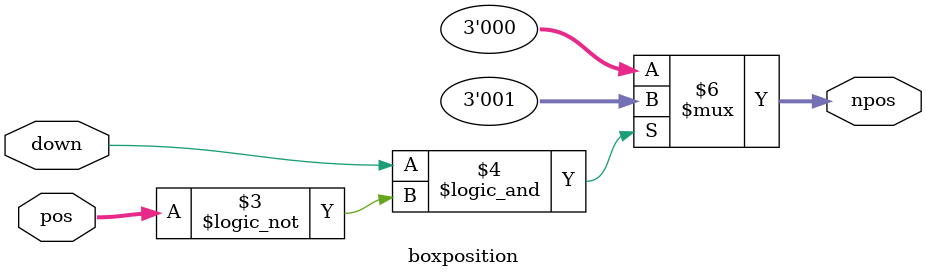
<source format=v>
`timescale 1ns / 1ps


module boxposition(
    input down,
    input [2:0] pos,
    output [2:0] npos
    );
    
    reg [2:0] npos;
   
   always @ (down)
    begin 
    if (down == 1 && pos == 00)
    begin
        npos <= 01;
    end
    else 
    begin
    npos <= 00;
    end
   end
    
endmodule

</source>
